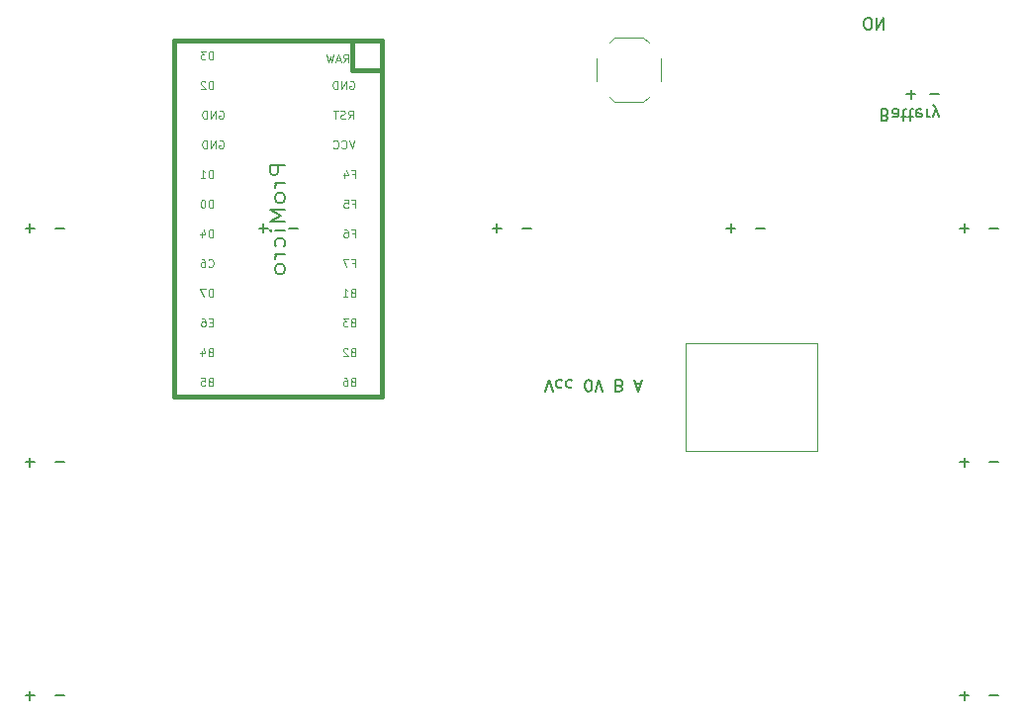
<source format=gbr>
G04 #@! TF.GenerationSoftware,KiCad,Pcbnew,(5.1.9)-1*
G04 #@! TF.CreationDate,2021-02-07T16:45:38-06:00*
G04 #@! TF.ProjectId,4x4_CNC_encoder_PCB,3478345f-434e-4435-9f65-6e636f646572,rev?*
G04 #@! TF.SameCoordinates,Original*
G04 #@! TF.FileFunction,Legend,Bot*
G04 #@! TF.FilePolarity,Positive*
%FSLAX46Y46*%
G04 Gerber Fmt 4.6, Leading zero omitted, Abs format (unit mm)*
G04 Created by KiCad (PCBNEW (5.1.9)-1) date 2021-02-07 16:45:38*
%MOMM*%
%LPD*%
G01*
G04 APERTURE LIST*
%ADD10C,0.150000*%
%ADD11C,0.120000*%
%ADD12C,0.381000*%
%ADD13C,0.203200*%
%ADD14C,0.100000*%
G04 APERTURE END LIST*
D10*
X102833333Y-92547619D02*
X103166666Y-91547619D01*
X103500000Y-92547619D01*
X104261904Y-91595238D02*
X104166666Y-91547619D01*
X103976190Y-91547619D01*
X103880952Y-91595238D01*
X103833333Y-91642857D01*
X103785714Y-91738095D01*
X103785714Y-92023809D01*
X103833333Y-92119047D01*
X103880952Y-92166666D01*
X103976190Y-92214285D01*
X104166666Y-92214285D01*
X104261904Y-92166666D01*
X105119047Y-91595238D02*
X105023809Y-91547619D01*
X104833333Y-91547619D01*
X104738095Y-91595238D01*
X104690476Y-91642857D01*
X104642857Y-91738095D01*
X104642857Y-92023809D01*
X104690476Y-92119047D01*
X104738095Y-92166666D01*
X104833333Y-92214285D01*
X105023809Y-92214285D01*
X105119047Y-92166666D01*
X106500000Y-92547619D02*
X106595238Y-92547619D01*
X106690476Y-92500000D01*
X106738095Y-92452380D01*
X106785714Y-92357142D01*
X106833333Y-92166666D01*
X106833333Y-91928571D01*
X106785714Y-91738095D01*
X106738095Y-91642857D01*
X106690476Y-91595238D01*
X106595238Y-91547619D01*
X106500000Y-91547619D01*
X106404761Y-91595238D01*
X106357142Y-91642857D01*
X106309523Y-91738095D01*
X106261904Y-91928571D01*
X106261904Y-92166666D01*
X106309523Y-92357142D01*
X106357142Y-92452380D01*
X106404761Y-92500000D01*
X106500000Y-92547619D01*
X107119047Y-92547619D02*
X107452380Y-91547619D01*
X107785714Y-92547619D01*
X109214285Y-92071428D02*
X109357142Y-92023809D01*
X109404761Y-91976190D01*
X109452380Y-91880952D01*
X109452380Y-91738095D01*
X109404761Y-91642857D01*
X109357142Y-91595238D01*
X109261904Y-91547619D01*
X108880952Y-91547619D01*
X108880952Y-92547619D01*
X109214285Y-92547619D01*
X109309523Y-92500000D01*
X109357142Y-92452380D01*
X109404761Y-92357142D01*
X109404761Y-92261904D01*
X109357142Y-92166666D01*
X109309523Y-92119047D01*
X109214285Y-92071428D01*
X108880952Y-92071428D01*
X110595238Y-91833333D02*
X111071428Y-91833333D01*
X110500000Y-91547619D02*
X110833333Y-92547619D01*
X111166666Y-91547619D01*
X130380952Y-61547619D02*
X130571428Y-61547619D01*
X130666666Y-61500000D01*
X130761904Y-61404761D01*
X130809523Y-61214285D01*
X130809523Y-60880952D01*
X130761904Y-60690476D01*
X130666666Y-60595238D01*
X130571428Y-60547619D01*
X130380952Y-60547619D01*
X130285714Y-60595238D01*
X130190476Y-60690476D01*
X130142857Y-60880952D01*
X130142857Y-61214285D01*
X130190476Y-61404761D01*
X130285714Y-61500000D01*
X130380952Y-61547619D01*
X131238095Y-60547619D02*
X131238095Y-61547619D01*
X131809523Y-60547619D01*
X131809523Y-61547619D01*
X131928571Y-68896428D02*
X132071428Y-68848809D01*
X132119047Y-68801190D01*
X132166666Y-68705952D01*
X132166666Y-68563095D01*
X132119047Y-68467857D01*
X132071428Y-68420238D01*
X131976190Y-68372619D01*
X131595238Y-68372619D01*
X131595238Y-69372619D01*
X131928571Y-69372619D01*
X132023809Y-69325000D01*
X132071428Y-69277380D01*
X132119047Y-69182142D01*
X132119047Y-69086904D01*
X132071428Y-68991666D01*
X132023809Y-68944047D01*
X131928571Y-68896428D01*
X131595238Y-68896428D01*
X133023809Y-68372619D02*
X133023809Y-68896428D01*
X132976190Y-68991666D01*
X132880952Y-69039285D01*
X132690476Y-69039285D01*
X132595238Y-68991666D01*
X133023809Y-68420238D02*
X132928571Y-68372619D01*
X132690476Y-68372619D01*
X132595238Y-68420238D01*
X132547619Y-68515476D01*
X132547619Y-68610714D01*
X132595238Y-68705952D01*
X132690476Y-68753571D01*
X132928571Y-68753571D01*
X133023809Y-68801190D01*
X133357142Y-69039285D02*
X133738095Y-69039285D01*
X133500000Y-69372619D02*
X133500000Y-68515476D01*
X133547619Y-68420238D01*
X133642857Y-68372619D01*
X133738095Y-68372619D01*
X133928571Y-69039285D02*
X134309523Y-69039285D01*
X134071428Y-69372619D02*
X134071428Y-68515476D01*
X134119047Y-68420238D01*
X134214285Y-68372619D01*
X134309523Y-68372619D01*
X135023809Y-68420238D02*
X134928571Y-68372619D01*
X134738095Y-68372619D01*
X134642857Y-68420238D01*
X134595238Y-68515476D01*
X134595238Y-68896428D01*
X134642857Y-68991666D01*
X134738095Y-69039285D01*
X134928571Y-69039285D01*
X135023809Y-68991666D01*
X135071428Y-68896428D01*
X135071428Y-68801190D01*
X134595238Y-68705952D01*
X135500000Y-68372619D02*
X135500000Y-69039285D01*
X135500000Y-68848809D02*
X135547619Y-68944047D01*
X135595238Y-68991666D01*
X135690476Y-69039285D01*
X135785714Y-69039285D01*
X136023809Y-69039285D02*
X136261904Y-68372619D01*
X136500000Y-69039285D02*
X136261904Y-68372619D01*
X136166666Y-68134523D01*
X136119047Y-68086904D01*
X136023809Y-68039285D01*
X133761904Y-67103571D02*
X134523809Y-67103571D01*
X134142857Y-66722619D02*
X134142857Y-67484523D01*
X135761904Y-67103571D02*
X136523809Y-67103571D01*
D11*
X126110000Y-88390000D02*
X114890000Y-88390000D01*
X126110000Y-97610000D02*
X126110000Y-88390000D01*
X114890000Y-97610000D02*
X126110000Y-97610000D01*
X114890000Y-88390000D02*
X114890000Y-97610000D01*
X108750000Y-67750000D02*
X111250000Y-67750000D01*
X107250000Y-66000000D02*
X107250000Y-64000000D01*
X108750000Y-62250000D02*
X111250000Y-62250000D01*
X112750000Y-66000000D02*
X112750000Y-64000000D01*
X108300000Y-67300000D02*
X108750000Y-67750000D01*
X111700000Y-67300000D02*
X111250000Y-67750000D01*
X111700000Y-62700000D02*
X111250000Y-62250000D01*
X108300000Y-62700000D02*
X108750000Y-62250000D01*
D12*
X86350000Y-65074000D02*
X88890000Y-65074000D01*
X86350000Y-62534000D02*
X86350000Y-65074000D01*
X71110000Y-93014000D02*
X71110000Y-62534000D01*
X88890000Y-93014000D02*
X71110000Y-93014000D01*
X88890000Y-62534000D02*
X88890000Y-93014000D01*
X71110000Y-62534000D02*
X88890000Y-62534000D01*
D10*
X140889047Y-118571428D02*
X141650952Y-118571428D01*
X138349047Y-118571428D02*
X139110952Y-118571428D01*
X138730000Y-118952380D02*
X138730000Y-118190476D01*
X140889047Y-98571428D02*
X141650952Y-98571428D01*
X138349047Y-98571428D02*
X139110952Y-98571428D01*
X138730000Y-98952380D02*
X138730000Y-98190476D01*
X140889047Y-78571428D02*
X141650952Y-78571428D01*
X138349047Y-78571428D02*
X139110952Y-78571428D01*
X138730000Y-78952380D02*
X138730000Y-78190476D01*
X120889047Y-78571428D02*
X121650952Y-78571428D01*
X118349047Y-78571428D02*
X119110952Y-78571428D01*
X118730000Y-78952380D02*
X118730000Y-78190476D01*
X100889047Y-78571428D02*
X101650952Y-78571428D01*
X98349047Y-78571428D02*
X99110952Y-78571428D01*
X98730000Y-78952380D02*
X98730000Y-78190476D01*
X80889047Y-78571428D02*
X81650952Y-78571428D01*
X78349047Y-78571428D02*
X79110952Y-78571428D01*
X78730000Y-78952380D02*
X78730000Y-78190476D01*
X60889047Y-78571428D02*
X61650952Y-78571428D01*
X58349047Y-78571428D02*
X59110952Y-78571428D01*
X58730000Y-78952380D02*
X58730000Y-78190476D01*
X60889047Y-98571428D02*
X61650952Y-98571428D01*
X58349047Y-98571428D02*
X59110952Y-98571428D01*
X58730000Y-98952380D02*
X58730000Y-98190476D01*
X60889047Y-118571428D02*
X61650952Y-118571428D01*
X58349047Y-118571428D02*
X59110952Y-118571428D01*
X58730000Y-118952380D02*
X58730000Y-118190476D01*
D13*
X80574523Y-73165714D02*
X79304523Y-73165714D01*
X79304523Y-73746285D01*
X79365000Y-73891428D01*
X79425476Y-73964000D01*
X79546428Y-74036571D01*
X79727857Y-74036571D01*
X79848809Y-73964000D01*
X79909285Y-73891428D01*
X79969761Y-73746285D01*
X79969761Y-73165714D01*
X80574523Y-74689714D02*
X79727857Y-74689714D01*
X79969761Y-74689714D02*
X79848809Y-74762285D01*
X79788333Y-74834857D01*
X79727857Y-74980000D01*
X79727857Y-75125142D01*
X80574523Y-75850857D02*
X80514047Y-75705714D01*
X80453571Y-75633142D01*
X80332619Y-75560571D01*
X79969761Y-75560571D01*
X79848809Y-75633142D01*
X79788333Y-75705714D01*
X79727857Y-75850857D01*
X79727857Y-76068571D01*
X79788333Y-76213714D01*
X79848809Y-76286285D01*
X79969761Y-76358857D01*
X80332619Y-76358857D01*
X80453571Y-76286285D01*
X80514047Y-76213714D01*
X80574523Y-76068571D01*
X80574523Y-75850857D01*
X80574523Y-77012000D02*
X79304523Y-77012000D01*
X80211666Y-77520000D01*
X79304523Y-78028000D01*
X80574523Y-78028000D01*
X80574523Y-78753714D02*
X79727857Y-78753714D01*
X79304523Y-78753714D02*
X79365000Y-78681142D01*
X79425476Y-78753714D01*
X79365000Y-78826285D01*
X79304523Y-78753714D01*
X79425476Y-78753714D01*
X80514047Y-80132571D02*
X80574523Y-79987428D01*
X80574523Y-79697142D01*
X80514047Y-79552000D01*
X80453571Y-79479428D01*
X80332619Y-79406857D01*
X79969761Y-79406857D01*
X79848809Y-79479428D01*
X79788333Y-79552000D01*
X79727857Y-79697142D01*
X79727857Y-79987428D01*
X79788333Y-80132571D01*
X80574523Y-80785714D02*
X79727857Y-80785714D01*
X79969761Y-80785714D02*
X79848809Y-80858285D01*
X79788333Y-80930857D01*
X79727857Y-81076000D01*
X79727857Y-81221142D01*
X80574523Y-81946857D02*
X80514047Y-81801714D01*
X80453571Y-81729142D01*
X80332619Y-81656571D01*
X79969761Y-81656571D01*
X79848809Y-81729142D01*
X79788333Y-81801714D01*
X79727857Y-81946857D01*
X79727857Y-82164571D01*
X79788333Y-82309714D01*
X79848809Y-82382285D01*
X79969761Y-82454857D01*
X80332619Y-82454857D01*
X80453571Y-82382285D01*
X80514047Y-82309714D01*
X80574523Y-82164571D01*
X80574523Y-81946857D01*
D14*
X85563333Y-64374666D02*
X85796666Y-64041333D01*
X85963333Y-64374666D02*
X85963333Y-63674666D01*
X85696666Y-63674666D01*
X85630000Y-63708000D01*
X85596666Y-63741333D01*
X85563333Y-63808000D01*
X85563333Y-63908000D01*
X85596666Y-63974666D01*
X85630000Y-64008000D01*
X85696666Y-64041333D01*
X85963333Y-64041333D01*
X85296666Y-64174666D02*
X84963333Y-64174666D01*
X85363333Y-64374666D02*
X85130000Y-63674666D01*
X84896666Y-64374666D01*
X84730000Y-63674666D02*
X84563333Y-64374666D01*
X84430000Y-63874666D01*
X84296666Y-64374666D01*
X84130000Y-63674666D01*
X86121333Y-65994000D02*
X86188000Y-65960666D01*
X86288000Y-65960666D01*
X86388000Y-65994000D01*
X86454666Y-66060666D01*
X86488000Y-66127333D01*
X86521333Y-66260666D01*
X86521333Y-66360666D01*
X86488000Y-66494000D01*
X86454666Y-66560666D01*
X86388000Y-66627333D01*
X86288000Y-66660666D01*
X86221333Y-66660666D01*
X86121333Y-66627333D01*
X86088000Y-66594000D01*
X86088000Y-66360666D01*
X86221333Y-66360666D01*
X85788000Y-66660666D02*
X85788000Y-65960666D01*
X85388000Y-66660666D01*
X85388000Y-65960666D01*
X85054666Y-66660666D02*
X85054666Y-65960666D01*
X84888000Y-65960666D01*
X84788000Y-65994000D01*
X84721333Y-66060666D01*
X84688000Y-66127333D01*
X84654666Y-66260666D01*
X84654666Y-66360666D01*
X84688000Y-66494000D01*
X84721333Y-66560666D01*
X84788000Y-66627333D01*
X84888000Y-66660666D01*
X85054666Y-66660666D01*
X85971333Y-69200666D02*
X86204666Y-68867333D01*
X86371333Y-69200666D02*
X86371333Y-68500666D01*
X86104666Y-68500666D01*
X86038000Y-68534000D01*
X86004666Y-68567333D01*
X85971333Y-68634000D01*
X85971333Y-68734000D01*
X86004666Y-68800666D01*
X86038000Y-68834000D01*
X86104666Y-68867333D01*
X86371333Y-68867333D01*
X85704666Y-69167333D02*
X85604666Y-69200666D01*
X85438000Y-69200666D01*
X85371333Y-69167333D01*
X85338000Y-69134000D01*
X85304666Y-69067333D01*
X85304666Y-69000666D01*
X85338000Y-68934000D01*
X85371333Y-68900666D01*
X85438000Y-68867333D01*
X85571333Y-68834000D01*
X85638000Y-68800666D01*
X85671333Y-68767333D01*
X85704666Y-68700666D01*
X85704666Y-68634000D01*
X85671333Y-68567333D01*
X85638000Y-68534000D01*
X85571333Y-68500666D01*
X85404666Y-68500666D01*
X85304666Y-68534000D01*
X85104666Y-68500666D02*
X84704666Y-68500666D01*
X84904666Y-69200666D02*
X84904666Y-68500666D01*
X86521333Y-71040666D02*
X86288000Y-71740666D01*
X86054666Y-71040666D01*
X85421333Y-71674000D02*
X85454666Y-71707333D01*
X85554666Y-71740666D01*
X85621333Y-71740666D01*
X85721333Y-71707333D01*
X85788000Y-71640666D01*
X85821333Y-71574000D01*
X85854666Y-71440666D01*
X85854666Y-71340666D01*
X85821333Y-71207333D01*
X85788000Y-71140666D01*
X85721333Y-71074000D01*
X85621333Y-71040666D01*
X85554666Y-71040666D01*
X85454666Y-71074000D01*
X85421333Y-71107333D01*
X84721333Y-71674000D02*
X84754666Y-71707333D01*
X84854666Y-71740666D01*
X84921333Y-71740666D01*
X85021333Y-71707333D01*
X85088000Y-71640666D01*
X85121333Y-71574000D01*
X85154666Y-71440666D01*
X85154666Y-71340666D01*
X85121333Y-71207333D01*
X85088000Y-71140666D01*
X85021333Y-71074000D01*
X84921333Y-71040666D01*
X84854666Y-71040666D01*
X84754666Y-71074000D01*
X84721333Y-71107333D01*
X86329333Y-73914000D02*
X86562666Y-73914000D01*
X86562666Y-74280666D02*
X86562666Y-73580666D01*
X86229333Y-73580666D01*
X85662666Y-73814000D02*
X85662666Y-74280666D01*
X85829333Y-73547333D02*
X85996000Y-74047333D01*
X85562666Y-74047333D01*
X86329333Y-76454000D02*
X86562666Y-76454000D01*
X86562666Y-76820666D02*
X86562666Y-76120666D01*
X86229333Y-76120666D01*
X85629333Y-76120666D02*
X85962666Y-76120666D01*
X85996000Y-76454000D01*
X85962666Y-76420666D01*
X85896000Y-76387333D01*
X85729333Y-76387333D01*
X85662666Y-76420666D01*
X85629333Y-76454000D01*
X85596000Y-76520666D01*
X85596000Y-76687333D01*
X85629333Y-76754000D01*
X85662666Y-76787333D01*
X85729333Y-76820666D01*
X85896000Y-76820666D01*
X85962666Y-76787333D01*
X85996000Y-76754000D01*
X86329333Y-81534000D02*
X86562666Y-81534000D01*
X86562666Y-81900666D02*
X86562666Y-81200666D01*
X86229333Y-81200666D01*
X86029333Y-81200666D02*
X85562666Y-81200666D01*
X85862666Y-81900666D01*
X86329333Y-78994000D02*
X86562666Y-78994000D01*
X86562666Y-79360666D02*
X86562666Y-78660666D01*
X86229333Y-78660666D01*
X85662666Y-78660666D02*
X85796000Y-78660666D01*
X85862666Y-78694000D01*
X85896000Y-78727333D01*
X85962666Y-78827333D01*
X85996000Y-78960666D01*
X85996000Y-79227333D01*
X85962666Y-79294000D01*
X85929333Y-79327333D01*
X85862666Y-79360666D01*
X85729333Y-79360666D01*
X85662666Y-79327333D01*
X85629333Y-79294000D01*
X85596000Y-79227333D01*
X85596000Y-79060666D01*
X85629333Y-78994000D01*
X85662666Y-78960666D01*
X85729333Y-78927333D01*
X85862666Y-78927333D01*
X85929333Y-78960666D01*
X85962666Y-78994000D01*
X85996000Y-79060666D01*
X86379333Y-84074000D02*
X86279333Y-84107333D01*
X86246000Y-84140666D01*
X86212666Y-84207333D01*
X86212666Y-84307333D01*
X86246000Y-84374000D01*
X86279333Y-84407333D01*
X86346000Y-84440666D01*
X86612666Y-84440666D01*
X86612666Y-83740666D01*
X86379333Y-83740666D01*
X86312666Y-83774000D01*
X86279333Y-83807333D01*
X86246000Y-83874000D01*
X86246000Y-83940666D01*
X86279333Y-84007333D01*
X86312666Y-84040666D01*
X86379333Y-84074000D01*
X86612666Y-84074000D01*
X85546000Y-84440666D02*
X85946000Y-84440666D01*
X85746000Y-84440666D02*
X85746000Y-83740666D01*
X85812666Y-83840666D01*
X85879333Y-83907333D01*
X85946000Y-83940666D01*
X86379333Y-86614000D02*
X86279333Y-86647333D01*
X86246000Y-86680666D01*
X86212666Y-86747333D01*
X86212666Y-86847333D01*
X86246000Y-86914000D01*
X86279333Y-86947333D01*
X86346000Y-86980666D01*
X86612666Y-86980666D01*
X86612666Y-86280666D01*
X86379333Y-86280666D01*
X86312666Y-86314000D01*
X86279333Y-86347333D01*
X86246000Y-86414000D01*
X86246000Y-86480666D01*
X86279333Y-86547333D01*
X86312666Y-86580666D01*
X86379333Y-86614000D01*
X86612666Y-86614000D01*
X85979333Y-86280666D02*
X85546000Y-86280666D01*
X85779333Y-86547333D01*
X85679333Y-86547333D01*
X85612666Y-86580666D01*
X85579333Y-86614000D01*
X85546000Y-86680666D01*
X85546000Y-86847333D01*
X85579333Y-86914000D01*
X85612666Y-86947333D01*
X85679333Y-86980666D01*
X85879333Y-86980666D01*
X85946000Y-86947333D01*
X85979333Y-86914000D01*
X86379333Y-89154000D02*
X86279333Y-89187333D01*
X86246000Y-89220666D01*
X86212666Y-89287333D01*
X86212666Y-89387333D01*
X86246000Y-89454000D01*
X86279333Y-89487333D01*
X86346000Y-89520666D01*
X86612666Y-89520666D01*
X86612666Y-88820666D01*
X86379333Y-88820666D01*
X86312666Y-88854000D01*
X86279333Y-88887333D01*
X86246000Y-88954000D01*
X86246000Y-89020666D01*
X86279333Y-89087333D01*
X86312666Y-89120666D01*
X86379333Y-89154000D01*
X86612666Y-89154000D01*
X85946000Y-88887333D02*
X85912666Y-88854000D01*
X85846000Y-88820666D01*
X85679333Y-88820666D01*
X85612666Y-88854000D01*
X85579333Y-88887333D01*
X85546000Y-88954000D01*
X85546000Y-89020666D01*
X85579333Y-89120666D01*
X85979333Y-89520666D01*
X85546000Y-89520666D01*
X86379333Y-91694000D02*
X86279333Y-91727333D01*
X86246000Y-91760666D01*
X86212666Y-91827333D01*
X86212666Y-91927333D01*
X86246000Y-91994000D01*
X86279333Y-92027333D01*
X86346000Y-92060666D01*
X86612666Y-92060666D01*
X86612666Y-91360666D01*
X86379333Y-91360666D01*
X86312666Y-91394000D01*
X86279333Y-91427333D01*
X86246000Y-91494000D01*
X86246000Y-91560666D01*
X86279333Y-91627333D01*
X86312666Y-91660666D01*
X86379333Y-91694000D01*
X86612666Y-91694000D01*
X85612666Y-91360666D02*
X85746000Y-91360666D01*
X85812666Y-91394000D01*
X85846000Y-91427333D01*
X85912666Y-91527333D01*
X85946000Y-91660666D01*
X85946000Y-91927333D01*
X85912666Y-91994000D01*
X85879333Y-92027333D01*
X85812666Y-92060666D01*
X85679333Y-92060666D01*
X85612666Y-92027333D01*
X85579333Y-91994000D01*
X85546000Y-91927333D01*
X85546000Y-91760666D01*
X85579333Y-91694000D01*
X85612666Y-91660666D01*
X85679333Y-91627333D01*
X85812666Y-91627333D01*
X85879333Y-91660666D01*
X85912666Y-91694000D01*
X85946000Y-91760666D01*
X74420666Y-64120666D02*
X74420666Y-63420666D01*
X74254000Y-63420666D01*
X74154000Y-63454000D01*
X74087333Y-63520666D01*
X74054000Y-63587333D01*
X74020666Y-63720666D01*
X74020666Y-63820666D01*
X74054000Y-63954000D01*
X74087333Y-64020666D01*
X74154000Y-64087333D01*
X74254000Y-64120666D01*
X74420666Y-64120666D01*
X73787333Y-63420666D02*
X73354000Y-63420666D01*
X73587333Y-63687333D01*
X73487333Y-63687333D01*
X73420666Y-63720666D01*
X73387333Y-63754000D01*
X73354000Y-63820666D01*
X73354000Y-63987333D01*
X73387333Y-64054000D01*
X73420666Y-64087333D01*
X73487333Y-64120666D01*
X73687333Y-64120666D01*
X73754000Y-64087333D01*
X73787333Y-64054000D01*
X74420666Y-66660666D02*
X74420666Y-65960666D01*
X74254000Y-65960666D01*
X74154000Y-65994000D01*
X74087333Y-66060666D01*
X74054000Y-66127333D01*
X74020666Y-66260666D01*
X74020666Y-66360666D01*
X74054000Y-66494000D01*
X74087333Y-66560666D01*
X74154000Y-66627333D01*
X74254000Y-66660666D01*
X74420666Y-66660666D01*
X73754000Y-66027333D02*
X73720666Y-65994000D01*
X73654000Y-65960666D01*
X73487333Y-65960666D01*
X73420666Y-65994000D01*
X73387333Y-66027333D01*
X73354000Y-66094000D01*
X73354000Y-66160666D01*
X73387333Y-66260666D01*
X73787333Y-66660666D01*
X73354000Y-66660666D01*
X74945333Y-68534000D02*
X75012000Y-68500666D01*
X75112000Y-68500666D01*
X75212000Y-68534000D01*
X75278666Y-68600666D01*
X75312000Y-68667333D01*
X75345333Y-68800666D01*
X75345333Y-68900666D01*
X75312000Y-69034000D01*
X75278666Y-69100666D01*
X75212000Y-69167333D01*
X75112000Y-69200666D01*
X75045333Y-69200666D01*
X74945333Y-69167333D01*
X74912000Y-69134000D01*
X74912000Y-68900666D01*
X75045333Y-68900666D01*
X74612000Y-69200666D02*
X74612000Y-68500666D01*
X74212000Y-69200666D01*
X74212000Y-68500666D01*
X73878666Y-69200666D02*
X73878666Y-68500666D01*
X73712000Y-68500666D01*
X73612000Y-68534000D01*
X73545333Y-68600666D01*
X73512000Y-68667333D01*
X73478666Y-68800666D01*
X73478666Y-68900666D01*
X73512000Y-69034000D01*
X73545333Y-69100666D01*
X73612000Y-69167333D01*
X73712000Y-69200666D01*
X73878666Y-69200666D01*
X74945333Y-71074000D02*
X75012000Y-71040666D01*
X75112000Y-71040666D01*
X75212000Y-71074000D01*
X75278666Y-71140666D01*
X75312000Y-71207333D01*
X75345333Y-71340666D01*
X75345333Y-71440666D01*
X75312000Y-71574000D01*
X75278666Y-71640666D01*
X75212000Y-71707333D01*
X75112000Y-71740666D01*
X75045333Y-71740666D01*
X74945333Y-71707333D01*
X74912000Y-71674000D01*
X74912000Y-71440666D01*
X75045333Y-71440666D01*
X74612000Y-71740666D02*
X74612000Y-71040666D01*
X74212000Y-71740666D01*
X74212000Y-71040666D01*
X73878666Y-71740666D02*
X73878666Y-71040666D01*
X73712000Y-71040666D01*
X73612000Y-71074000D01*
X73545333Y-71140666D01*
X73512000Y-71207333D01*
X73478666Y-71340666D01*
X73478666Y-71440666D01*
X73512000Y-71574000D01*
X73545333Y-71640666D01*
X73612000Y-71707333D01*
X73712000Y-71740666D01*
X73878666Y-71740666D01*
X74420666Y-74280666D02*
X74420666Y-73580666D01*
X74254000Y-73580666D01*
X74154000Y-73614000D01*
X74087333Y-73680666D01*
X74054000Y-73747333D01*
X74020666Y-73880666D01*
X74020666Y-73980666D01*
X74054000Y-74114000D01*
X74087333Y-74180666D01*
X74154000Y-74247333D01*
X74254000Y-74280666D01*
X74420666Y-74280666D01*
X73354000Y-74280666D02*
X73754000Y-74280666D01*
X73554000Y-74280666D02*
X73554000Y-73580666D01*
X73620666Y-73680666D01*
X73687333Y-73747333D01*
X73754000Y-73780666D01*
X74420666Y-76820666D02*
X74420666Y-76120666D01*
X74254000Y-76120666D01*
X74154000Y-76154000D01*
X74087333Y-76220666D01*
X74054000Y-76287333D01*
X74020666Y-76420666D01*
X74020666Y-76520666D01*
X74054000Y-76654000D01*
X74087333Y-76720666D01*
X74154000Y-76787333D01*
X74254000Y-76820666D01*
X74420666Y-76820666D01*
X73587333Y-76120666D02*
X73520666Y-76120666D01*
X73454000Y-76154000D01*
X73420666Y-76187333D01*
X73387333Y-76254000D01*
X73354000Y-76387333D01*
X73354000Y-76554000D01*
X73387333Y-76687333D01*
X73420666Y-76754000D01*
X73454000Y-76787333D01*
X73520666Y-76820666D01*
X73587333Y-76820666D01*
X73654000Y-76787333D01*
X73687333Y-76754000D01*
X73720666Y-76687333D01*
X73754000Y-76554000D01*
X73754000Y-76387333D01*
X73720666Y-76254000D01*
X73687333Y-76187333D01*
X73654000Y-76154000D01*
X73587333Y-76120666D01*
X74420666Y-79360666D02*
X74420666Y-78660666D01*
X74254000Y-78660666D01*
X74154000Y-78694000D01*
X74087333Y-78760666D01*
X74054000Y-78827333D01*
X74020666Y-78960666D01*
X74020666Y-79060666D01*
X74054000Y-79194000D01*
X74087333Y-79260666D01*
X74154000Y-79327333D01*
X74254000Y-79360666D01*
X74420666Y-79360666D01*
X73420666Y-78894000D02*
X73420666Y-79360666D01*
X73587333Y-78627333D02*
X73754000Y-79127333D01*
X73320666Y-79127333D01*
X74020666Y-81834000D02*
X74054000Y-81867333D01*
X74154000Y-81900666D01*
X74220666Y-81900666D01*
X74320666Y-81867333D01*
X74387333Y-81800666D01*
X74420666Y-81734000D01*
X74454000Y-81600666D01*
X74454000Y-81500666D01*
X74420666Y-81367333D01*
X74387333Y-81300666D01*
X74320666Y-81234000D01*
X74220666Y-81200666D01*
X74154000Y-81200666D01*
X74054000Y-81234000D01*
X74020666Y-81267333D01*
X73420666Y-81200666D02*
X73554000Y-81200666D01*
X73620666Y-81234000D01*
X73654000Y-81267333D01*
X73720666Y-81367333D01*
X73754000Y-81500666D01*
X73754000Y-81767333D01*
X73720666Y-81834000D01*
X73687333Y-81867333D01*
X73620666Y-81900666D01*
X73487333Y-81900666D01*
X73420666Y-81867333D01*
X73387333Y-81834000D01*
X73354000Y-81767333D01*
X73354000Y-81600666D01*
X73387333Y-81534000D01*
X73420666Y-81500666D01*
X73487333Y-81467333D01*
X73620666Y-81467333D01*
X73687333Y-81500666D01*
X73720666Y-81534000D01*
X73754000Y-81600666D01*
X74420666Y-84440666D02*
X74420666Y-83740666D01*
X74254000Y-83740666D01*
X74154000Y-83774000D01*
X74087333Y-83840666D01*
X74054000Y-83907333D01*
X74020666Y-84040666D01*
X74020666Y-84140666D01*
X74054000Y-84274000D01*
X74087333Y-84340666D01*
X74154000Y-84407333D01*
X74254000Y-84440666D01*
X74420666Y-84440666D01*
X73787333Y-83740666D02*
X73320666Y-83740666D01*
X73620666Y-84440666D01*
X74387333Y-86614000D02*
X74154000Y-86614000D01*
X74054000Y-86980666D02*
X74387333Y-86980666D01*
X74387333Y-86280666D01*
X74054000Y-86280666D01*
X73454000Y-86280666D02*
X73587333Y-86280666D01*
X73654000Y-86314000D01*
X73687333Y-86347333D01*
X73754000Y-86447333D01*
X73787333Y-86580666D01*
X73787333Y-86847333D01*
X73754000Y-86914000D01*
X73720666Y-86947333D01*
X73654000Y-86980666D01*
X73520666Y-86980666D01*
X73454000Y-86947333D01*
X73420666Y-86914000D01*
X73387333Y-86847333D01*
X73387333Y-86680666D01*
X73420666Y-86614000D01*
X73454000Y-86580666D01*
X73520666Y-86547333D01*
X73654000Y-86547333D01*
X73720666Y-86580666D01*
X73754000Y-86614000D01*
X73787333Y-86680666D01*
X74187333Y-89154000D02*
X74087333Y-89187333D01*
X74054000Y-89220666D01*
X74020666Y-89287333D01*
X74020666Y-89387333D01*
X74054000Y-89454000D01*
X74087333Y-89487333D01*
X74154000Y-89520666D01*
X74420666Y-89520666D01*
X74420666Y-88820666D01*
X74187333Y-88820666D01*
X74120666Y-88854000D01*
X74087333Y-88887333D01*
X74054000Y-88954000D01*
X74054000Y-89020666D01*
X74087333Y-89087333D01*
X74120666Y-89120666D01*
X74187333Y-89154000D01*
X74420666Y-89154000D01*
X73420666Y-89054000D02*
X73420666Y-89520666D01*
X73587333Y-88787333D02*
X73754000Y-89287333D01*
X73320666Y-89287333D01*
X74187333Y-91694000D02*
X74087333Y-91727333D01*
X74054000Y-91760666D01*
X74020666Y-91827333D01*
X74020666Y-91927333D01*
X74054000Y-91994000D01*
X74087333Y-92027333D01*
X74154000Y-92060666D01*
X74420666Y-92060666D01*
X74420666Y-91360666D01*
X74187333Y-91360666D01*
X74120666Y-91394000D01*
X74087333Y-91427333D01*
X74054000Y-91494000D01*
X74054000Y-91560666D01*
X74087333Y-91627333D01*
X74120666Y-91660666D01*
X74187333Y-91694000D01*
X74420666Y-91694000D01*
X73387333Y-91360666D02*
X73720666Y-91360666D01*
X73754000Y-91694000D01*
X73720666Y-91660666D01*
X73654000Y-91627333D01*
X73487333Y-91627333D01*
X73420666Y-91660666D01*
X73387333Y-91694000D01*
X73354000Y-91760666D01*
X73354000Y-91927333D01*
X73387333Y-91994000D01*
X73420666Y-92027333D01*
X73487333Y-92060666D01*
X73654000Y-92060666D01*
X73720666Y-92027333D01*
X73754000Y-91994000D01*
M02*

</source>
